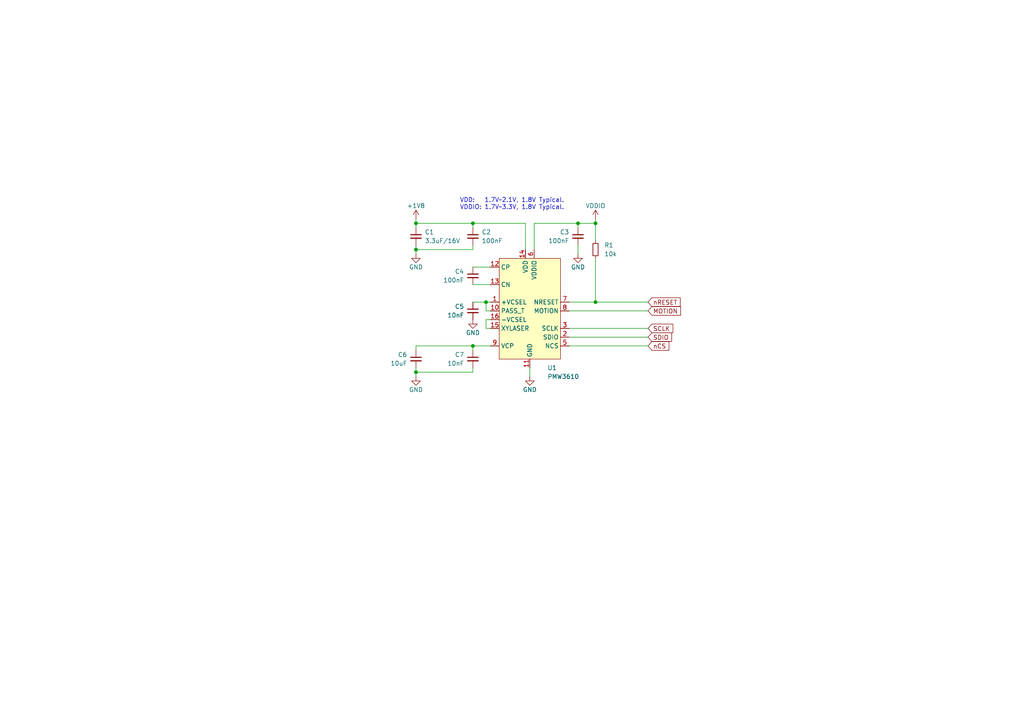
<source format=kicad_sch>
(kicad_sch (version 20250114) (generator "eeschema") (generator_version "9.0")
  (paper "A4")
  (lib_symbols
    (symbol "Device:C_Small" (pin_numbers (hide yes)) (pin_names (offset 0.254) (hide yes))
      (property "Reference" "C" (at 0.254 1.778 0))
      (property "Value" "C_Small" (at 0.254 -2.032 0))
      (symbol "C_Small_0_1"
        (polyline (pts (xy -1.524 0.508) (xy 1.524 0.508)) (stroke (width 0.3048)))
        (polyline (pts (xy -1.524 -0.508) (xy 1.524 -0.508)) (stroke (width 0.3302)))
      )
      (symbol "C_Small_1_1"
        (pin passive line (at 0 2.54 270) (length 2.032) (name "~") (number "1"))
        (pin passive line (at 0 -2.54 90) (length 2.032) (name "~") (number "2"))
      )
    )
    (symbol "Device:R_Small" (pin_numbers (hide yes)) (pin_names (offset 0.254) (hide yes))
      (property "Reference" "R" (at 0.762 0.508 0))
      (property "Value" "R_Small" (at 0.762 -1.016 0))
      (symbol "R_Small_0_1"
        (rectangle (start -0.762 1.778) (end 0.762 -1.778) (stroke (width 0.2032)))
      )
      (symbol "R_Small_1_1"
        (pin passive line (at 0 2.54 270) (length 0.762) (name "~") (number "1"))
        (pin passive line (at 0 -2.54 90) (length 0.762) (name "~") (number "2"))
      )
    )
    (symbol "pmw3610_pcb:PMW3610DM-SUDU"
      (property "Reference" "U?" (at 7.62 -15.24 0))
      (property "Value" "PMW3610" (at 10.16 -17.78 0))
      (symbol "PMW3610DM-SUDU_0_1"
        (rectangle (start -8.89 15.24) (end 8.89 -13.97) (fill (type background)))
      )
      (symbol "PMW3610DM-SUDU_1_1"
        (pin power_in line (at -11.43 12.7 0) (length 2.54) (name "CP") (number "12"))
        (pin power_in line (at -11.43 7.62 0) (length 2.54) (name "CN") (number "13"))
        (pin input line (at -11.43 2.54 0) (length 2.54) (name "+VCSEL") (number "1"))
        (pin power_in line (at -11.43 0 0) (length 2.54) (name "PASS_T") (number "10"))
        (pin input line (at -11.43 -2.54 0) (length 2.54) (name "-VCSEL") (number "16"))
        (pin input line (at -11.43 -5.08 0) (length 2.54) (name "XYLASER") (number "15"))
        (pin power_in line (at -11.43 -10.16 0) (length 2.54) (name "VCP") (number "9"))
        (pin power_in line (at -1.27 17.78 270) (length 2.54) (name "VDD") (number "14"))
        (pin power_in line (at 0 -16.51 90) (length 2.54) (name "GND") (number "11"))
        (pin power_in line (at 1.27 17.78 270) (length 2.54) (name "VDDIO") (number "6"))
        (pin no_connect line (at 2.54 -13.97 270) (length 2.54) (hide yes) (name "NC") (number "4"))
        (pin input line (at 11.43 2.54 180) (length 2.54) (name "NRESET") (number "7"))
        (pin output line (at 11.43 0 180) (length 2.54) (name "MOTION") (number "8"))
        (pin input line (at 11.43 -5.08 180) (length 2.54) (name "SCLK") (number "3"))
        (pin bidirectional line (at 11.43 -7.62 180) (length 2.54) (name "SDIO") (number "2"))
        (pin input line (at 11.43 -10.16 180) (length 2.54) (name "NCS") (number "5"))
      )
    )
    (symbol "power:+1V8" (power) (pin_names (offset 0))
      (property "Value" "+1V8" (at 0 3.556 0))
      (symbol "+1V8_0_1"
        (polyline (pts (xy -0.762 1.27) (xy 0 2.54)))
        (polyline (pts (xy 0 2.54) (xy 0.762 1.27)))
        (polyline (pts (xy 0 0) (xy 0 2.54)))
      )
      (symbol "+1V8_1_1"
        (pin power_in line (at 0 0 90) (length 0) (hide yes) (name "+1V8") (number "1"))
      )
    )
    (symbol "power:GND" (power) (pin_names (offset 0))
      (property "Value" "GND" (at 0 -3.81 0))
      (symbol "GND_0_1"
        (polyline (pts (xy 0 0) (xy 0 -1.27) (xy 1.27 -1.27) (xy 0 -2.54) (xy -1.27 -1.27) (xy 0 -1.27)))
      )
      (symbol "GND_1_1"
        (pin power_in line (at 0 0 270) (length 0) (hide yes) (name "GND") (number "1"))
      )
    )
    (symbol "power:VDD" (power) (pin_numbers (hide yes)) (pin_names (offset 0) (hide yes))
      (property "Value" "VDD" (at 0 3.556 0))
      (symbol "VDD_0_1"
        (polyline (pts (xy -0.762 1.27) (xy 0 2.54)))
        (polyline (pts (xy 0 2.54) (xy 0.762 1.27)))
        (polyline (pts (xy 0 0) (xy 0 2.54)))
      )
      (symbol "VDD_1_1"
        (pin power_in line (at 0 0 90) (length 0) (name "~") (number "1"))
      )
    )
  )
  (text "VDD:   1.7V~2.1V, 1.8V Typical.\nVDDIO: 1.7V~3.3V, 1.8V Typical." (at 133.35 60.96 0) (effects (font (size 1.27 1.27)) (justify left bottom)))
  (junction (at 137.16 64.77))
  (junction (at 120.65 72.39))
  (junction (at 167.64 64.77))
  (junction (at 120.65 64.77))
  (junction (at 172.72 64.77))
  (junction (at 137.16 100.33))
  (junction (at 140.97 87.63))
  (junction (at 172.72 87.63))
  (junction (at 120.65 107.95))
  (wire (pts (xy 137.16 77.47) (xy 142.24 77.47)))
  (wire (pts (xy 140.97 87.63) (xy 142.24 87.63)))
  (wire (pts (xy 120.65 64.77) (xy 120.65 66.04)))
  (wire (pts (xy 140.97 95.25) (xy 140.97 92.71)))
  (wire (pts (xy 165.1 90.17) (xy 187.96 90.17)))
  (wire (pts (xy 167.64 71.12) (xy 167.64 73.66)))
  (wire (pts (xy 140.97 92.71) (xy 142.24 92.71)))
  (wire (pts (xy 152.4 64.77) (xy 152.4 72.39)))
  (wire (pts (xy 167.64 64.77) (xy 167.64 66.04)))
  (wire (pts (xy 120.65 101.6) (xy 120.65 100.33)))
  (wire (pts (xy 165.1 87.63) (xy 172.72 87.63)))
  (wire (pts (xy 120.65 72.39) (xy 120.65 71.12)))
  (wire (pts (xy 167.64 64.77) (xy 172.72 64.77)))
  (wire (pts (xy 137.16 64.77) (xy 152.4 64.77)))
  (wire (pts (xy 154.94 64.77) (xy 154.94 72.39)))
  (wire (pts (xy 142.24 95.25) (xy 140.97 95.25)))
  (wire (pts (xy 187.96 97.79) (xy 165.1 97.79)))
  (wire (pts (xy 120.65 109.22) (xy 120.65 107.95)))
  (wire (pts (xy 120.65 100.33) (xy 137.16 100.33)))
  (wire (pts (xy 120.65 107.95) (xy 137.16 107.95)))
  (wire (pts (xy 137.16 64.77) (xy 137.16 66.04)))
  (wire (pts (xy 187.96 100.33) (xy 165.1 100.33)))
  (wire (pts (xy 120.65 63.5) (xy 120.65 64.77)))
  (wire (pts (xy 140.97 90.17) (xy 140.97 87.63)))
  (wire (pts (xy 172.72 63.5) (xy 172.72 64.77)))
  (wire (pts (xy 142.24 90.17) (xy 140.97 90.17)))
  (wire (pts (xy 137.16 107.95) (xy 137.16 106.68)))
  (wire (pts (xy 120.65 73.66) (xy 120.65 72.39)))
  (wire (pts (xy 120.65 107.95) (xy 120.65 106.68)))
  (wire (pts (xy 137.16 101.6) (xy 137.16 100.33)))
  (wire (pts (xy 120.65 64.77) (xy 137.16 64.77)))
  (wire (pts (xy 120.65 72.39) (xy 137.16 72.39)))
  (wire (pts (xy 187.96 95.25) (xy 165.1 95.25)))
  (wire (pts (xy 137.16 82.55) (xy 142.24 82.55)))
  (wire (pts (xy 154.94 64.77) (xy 167.64 64.77)))
  (wire (pts (xy 137.16 72.39) (xy 137.16 71.12)))
  (wire (pts (xy 172.72 87.63) (xy 172.72 74.93)))
  (wire (pts (xy 172.72 64.77) (xy 172.72 69.85)))
  (wire (pts (xy 137.16 87.63) (xy 140.97 87.63)))
  (wire (pts (xy 137.16 100.33) (xy 142.24 100.33)))
  (wire (pts (xy 153.67 109.22) (xy 153.67 106.68)))
  (wire (pts (xy 172.72 87.63) (xy 187.96 87.63)))
  (global_label "MOTION" (shape input) (at 187.96 90.17 0) (property "Intersheetrefs" "${INTERSHEET_REFS}" (effects (hide yes))))
  (global_label "nRESET" (shape input) (at 187.96 87.63 0) (property "Intersheetrefs" "${INTERSHEET_REFS}" (effects (hide yes))))
  (global_label "SCLK" (shape input) (at 187.96 95.25 0) (property "Intersheetrefs" "${INTERSHEET_REFS}" (effects (hide yes))))
  (global_label "nCS" (shape input) (at 187.96 100.33 0) (property "Intersheetrefs" "${INTERSHEET_REFS}" (effects (hide yes))))
  (global_label "SDIO" (shape input) (at 187.96 97.79 0) (property "Intersheetrefs" "${INTERSHEET_REFS}" (effects (hide yes))))
  (symbol (lib_id "pmw3610_pcb:PMW3610DM-SUDU") (at 153.67 90.17 0) (unit 1)
    (property "Reference" "U1" (at 158.75 106.68 0) (effects (justify left)))
    (property "Value" "PMW3610" (at 158.75 109.22 0) (effects (justify left)))
    (property "Footprint" "pmw3610_pcb:PMW3610DM-SUDU 16Pin" (effects (hide yes)))
    (property "JLCPCB Part #" "C42442560" (effects (hide yes)))
    (property "MFR. Part #" "PMW3610DM-SUDU" (effects (hide yes)))
  )
  (symbol (lib_id "power:GND") (at 153.67 109.22 0) (unit 1)
    (property "Reference" "#PWR07" (effects (hide yes)))
    (property "Value" "GND" (at 153.67 113.03 0))
  )
  (symbol (lib_id "Device:C_Small") (at 137.16 68.58 0) (unit 1)
    (property "Reference" "C2" (at 139.7 67.3163 0) (effects (justify left)))
    (property "Value" "100nF" (at 139.7 69.8563 0) (effects (justify left)))
    (property "Footprint" "Capacitor_SMD:C_0603_1608Metric" (effects (hide yes)))
    (property "JLCPCB Part #" "C14663" (effects (hide yes)))
    (property "MFR. Part #" "CC0603KRX7R9BB104" (effects (hide yes)))
  )
  (symbol (lib_id "Device:C_Small") (at 137.16 80.01 0) (mirror y) (unit 1)
    (property "Reference" "C4" (at 134.62 78.7463 0) (effects (justify left)))
    (property "Value" "100nF" (at 134.62 81.2863 0) (effects (justify left)))
    (property "Footprint" "Capacitor_SMD:C_0603_1608Metric" (effects (hide yes)))
    (property "JLCPCB Part #" "C14663" (effects (hide yes)))
    (property "MFR. Part #" "CC0603KRX7R9BB104" (effects (hide yes)))
  )
  (symbol (lib_id "Device:C_Small") (at 120.65 104.14 0) (mirror y) (unit 1)
    (property "Reference" "C6" (at 118.11 102.8763 0) (effects (justify left)))
    (property "Value" "10uF" (at 118.11 105.4163 0) (effects (justify left)))
    (property "Footprint" "Capacitor_SMD:C_0805_2012Metric" (effects (hide yes)))
    (property "JLCPCB Part #" "C15850" (effects (hide yes)))
    (property "MFR. Part #" "CL21A106KAYNNNE" (effects (hide yes)))
  )
  (symbol (lib_id "power:GND") (at 120.65 109.22 0) (unit 1)
    (property "Reference" "#PWR06" (effects (hide yes)))
    (property "Value" "GND" (at 120.65 113.03 0))
  )
  (symbol (lib_id "Device:C_Small") (at 167.64 68.58 0) (mirror y) (unit 1)
    (property "Reference" "C3" (at 165.1 67.3163 0) (effects (justify left)))
    (property "Value" "100nF" (at 165.1 69.8563 0) (effects (justify left)))
    (property "Footprint" "Capacitor_SMD:C_0603_1608Metric" (effects (hide yes)))
    (property "JLCPCB Part #" "C14663" (effects (hide yes)))
    (property "MFR. Part #" "CC0603KRX7R9BB104" (effects (hide yes)))
  )
  (symbol (lib_id "power:VDD") (at 172.72 63.5 0) (unit 1)
    (property "Reference" "#PWR012" (effects (hide yes)))
    (property "Value" "VDDIO" (at 172.72 59.69 0))
    (property "Description" "Power symbol creates a global label with name \"VDD\"" (effects (hide yes)))
  )
  (symbol (lib_id "power:GND") (at 137.16 92.71 0) (unit 1)
    (property "Reference" "#PWR04" (effects (hide yes)))
    (property "Value" "GND" (at 137.16 96.52 0))
  )
  (symbol (lib_id "Device:C_Small") (at 137.16 104.14 0) (mirror y) (unit 1)
    (property "Reference" "C7" (at 134.62 102.8763 0) (effects (justify left)))
    (property "Value" "10nF" (at 134.62 105.4163 0) (effects (justify left)))
    (property "Footprint" "Capacitor_SMD:C_0603_1608Metric" (effects (hide yes)))
    (property "JLCPCB Part #" "C57112" (effects (hide yes)))
    (property "MFR. Part #" "0603B103K500NT" (effects (hide yes)))
  )
  (symbol (lib_id "Device:C_Small") (at 120.65 68.58 0) (unit 1)
    (property "Reference" "C1" (at 123.19 67.3163 0) (effects (justify left)))
    (property "Value" "3.3uF/16V" (at 123.19 69.8563 0) (effects (justify left)))
    (property "Footprint" "Capacitor_SMD:C_0805_2012Metric" (effects (hide yes)))
    (property "JLCPCB Part #" "C7393948" (effects (hide yes)))
    (property "MFR. Part #" "TCC0805X7R335K250FT" (effects (hide yes)))
  )
  (symbol (lib_id "power:+1V8") (at 120.65 63.5 0) (unit 1)
    (property "Reference" "#PWR01" (effects (hide yes)))
    (property "Value" "+1V8" (at 120.65 59.69 0))
  )
  (symbol (lib_id "Device:R_Small") (at 172.72 72.39 0) (unit 1)
    (property "Reference" "R1" (at 175.26 71.12 0) (effects (justify left)))
    (property "Value" "10k" (at 175.26 73.66 0) (effects (justify left)))
    (property "Footprint" "Resistor_SMD:R_0603_1608Metric" (effects (hide yes)))
    (property "JLCPCB Part #" "C25804" (effects (hide yes)))
    (property "MFR. Part #" "0603WAF1002T5E" (effects (hide yes)))
  )
  (symbol (lib_id "Device:C_Small") (at 137.16 90.17 0) (mirror y) (unit 1)
    (property "Reference" "C5" (at 134.62 88.9063 0) (effects (justify left)))
    (property "Value" "10nF" (at 134.62 91.4463 0) (effects (justify left)))
    (property "Footprint" "Capacitor_SMD:C_0603_1608Metric" (effects (hide yes)))
    (property "JLCPCB Part #" "C57112" (effects (hide yes)))
    (property "MFR. Part #" "0603B103K500NT" (effects (hide yes)))
  )
  (symbol (lib_id "power:GND") (at 167.64 73.66 0) (unit 1)
    (property "Reference" "#PWR03" (effects (hide yes)))
    (property "Value" "GND" (at 167.64 77.47 0))
  )
  (symbol (lib_id "power:GND") (at 120.65 73.66 0) (unit 1)
    (property "Reference" "#PWR02" (effects (hide yes)))
    (property "Value" "GND" (at 120.65 77.47 0))
  )
)
</source>
